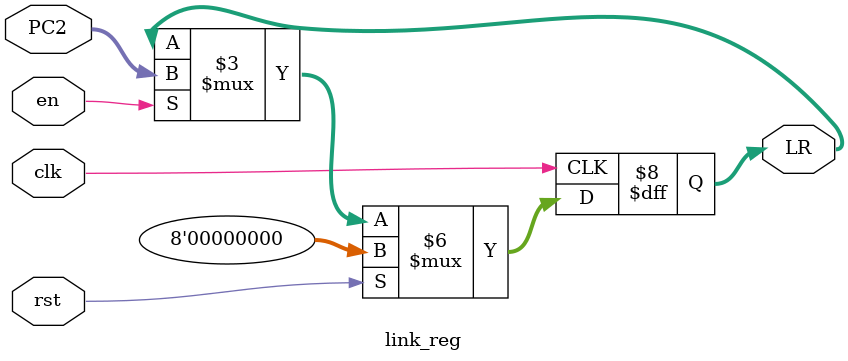
<source format=v>
module link_reg (
    input   clk,
    input   rst,

    input   en,
    input           [7:0]   PC2,

    output  reg     [7:0]   LR     =   8'b0
);

    always @(negedge clk) begin
        if (rst) begin
            LR <= 8'b0;
        end else if (en) begin
            LR <= PC2;
        end
    end

endmodule
</source>
